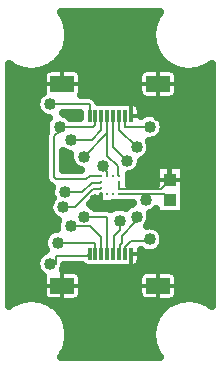
<source format=gbr>
%TF.GenerationSoftware,Novarm,DipTrace,3.3.0.1*%
%TF.CreationDate,2018-11-14T10:23:03-08:00*%
%FSLAX26Y26*%
%MOIN*%
%TF.FileFunction,Copper,L1,Top*%
%TF.Part,Single*%
%AMOUTLINE0*
4,1,4,
0.005906,-0.019685,
-0.005906,-0.019685,
-0.005906,0.019685,
0.005906,0.019685,
0.005906,-0.019685,
0*%
%AMOUTLINE3*
4,1,4,
0.03937,-0.025591,
-0.03937,-0.025591,
-0.03937,0.025591,
0.03937,0.025591,
0.03937,-0.025591,
0*%
%TA.AperFunction,Conductor*%
%ADD14C,0.006*%
%TA.AperFunction,CopperBalancing*%
%ADD15C,0.025*%
%ADD16C,0.013*%
%ADD17R,0.03937X0.043307*%
%ADD18R,0.010827X0.009843*%
%ADD19R,0.009843X0.010827*%
%TA.AperFunction,ViaPad*%
%ADD20C,0.04*%
%ADD34OUTLINE0*%
%ADD37OUTLINE3*%
G75*
G01*
%LPD*%
X758857Y1236515D2*
D14*
Y1177607D1*
X681200Y1099949D1*
Y899951D2*
X756200D1*
Y773228D1*
X758857Y775885D1*
X798720Y1035728D2*
X793700Y1040747D1*
Y1068700D1*
X758857Y1103543D1*
Y1177607D1*
X837598Y1236515D2*
X931200D1*
Y774951D2*
X836663D1*
X837598Y775885D1*
X968700Y1023129D2*
X939271Y993700D1*
X798720D1*
Y1016043D1*
Y996357D1*
X968700Y1023129D2*
X962451Y1029378D1*
Y1074951D1*
X738680Y976672D2*
X718700Y956692D1*
X719487Y1236515D2*
Y1206987D1*
X712451Y1199951D1*
X599951D1*
X593700Y812449D2*
X718700D1*
Y776672D1*
X719487Y775885D1*
X738680Y1035728D2*
X736959Y1037449D1*
X699948D1*
X687449Y1024951D1*
X587449D1*
X581200Y1031200D1*
Y1168700D1*
X599951Y1187451D1*
Y1199951D1*
X739172Y1236515D2*
Y1189172D1*
X706200Y1156200D1*
X637449D1*
X637451Y868700D2*
X699951D1*
X737451Y831200D1*
Y777607D1*
X739172Y775885D1*
X738680Y1016043D2*
X735087Y1012449D1*
X706199D1*
X674949Y981200D1*
X618700D1*
X699802Y1236515D2*
Y1274948D1*
X568721D1*
Y743754D2*
X586755D1*
Y768751D1*
X692669D1*
X699802Y775885D1*
X758857Y1036220D2*
X756200Y1038877D1*
Y1049949D1*
X743700Y1062449D1*
Y1068700D1*
X778543Y1236515D2*
Y1133857D1*
X824949Y1087451D1*
X799949Y887449D2*
Y856199D1*
X781200Y837449D1*
Y778543D1*
X778543Y775885D1*
X798228Y1236515D2*
Y1189172D1*
X856200Y1131200D1*
Y899951D2*
X849949D1*
Y881199D1*
X806200Y837449D1*
Y812451D1*
X799949Y806200D1*
Y777607D1*
X798228Y775885D1*
X817913Y1236515D2*
Y1199951D1*
X899949D1*
Y824949D2*
X893700Y818700D1*
X837397D1*
X817913Y799216D1*
Y775885D1*
X968700Y956200D2*
X948228Y976672D1*
X887985D1*
X798720D1*
X887985D2*
Y956200D1*
X738680Y996357D2*
X736023Y993700D1*
X712451D1*
X649951Y931200D1*
X612449D1*
D20*
X681200Y1099949D3*
Y899951D3*
X931200Y1236515D3*
Y774951D3*
X962451Y1074951D3*
X718700Y956692D3*
X931200Y1236515D3*
X599951Y1199951D3*
X593700Y812449D3*
X637449Y1156200D3*
X637451Y868700D3*
X618700Y981200D3*
X568721Y1274948D3*
Y743754D3*
X743700Y1068700D3*
X568721Y1274948D3*
X824949Y1087451D3*
X799949Y887449D3*
X856200Y1131200D3*
Y899951D3*
X899949Y1199951D3*
Y824949D3*
X887985Y956200D3*
X612449Y931200D3*
X1068700Y681200D3*
Y1306200D3*
Y981200D3*
X468700Y1331200D3*
Y993700D3*
Y706200D3*
X668700Y1543700D3*
X856200D3*
X656200Y456200D3*
X881200D3*
X620603Y1556331D2*
D15*
X916779D1*
X628713Y1531462D2*
X908705D1*
X631333Y1506594D2*
X906086D1*
X628856Y1481725D2*
X908525D1*
X620961Y1456856D2*
X916420D1*
X606321Y1431987D2*
X931061D1*
X580951Y1407119D2*
X956431D1*
X433718Y1382250D2*
X544767D1*
X673712D2*
X863670D1*
X992615D2*
X1103700D1*
X433718Y1357381D2*
X540892D1*
X677623D2*
X859794D1*
X996525D2*
X1103700D1*
X433718Y1332512D2*
X540892D1*
X677623D2*
X859794D1*
X996525D2*
X1103700D1*
X433718Y1307644D2*
X533141D1*
X675829D2*
X861553D1*
X994731D2*
X1103700D1*
X433718Y1282775D2*
X520402D1*
X730731D2*
X1103700D1*
X433718Y1257906D2*
X522949D1*
X872438D2*
X1103700D1*
X433718Y1233037D2*
X546095D1*
X635136D2*
X664907D1*
X935128D2*
X1103700D1*
X433718Y1208169D2*
X551693D1*
X948225D2*
X1103700D1*
X433718Y1183300D2*
X553057D1*
X945857D2*
X1103700D1*
X433718Y1158431D2*
X549217D1*
X923393D2*
X1103700D1*
X433718Y1133562D2*
X549217D1*
X905129D2*
X1103700D1*
X433718Y1108693D2*
X549217D1*
X613210D2*
X633043D1*
X899388D2*
X1103700D1*
X433718Y1083825D2*
X549217D1*
X613210D2*
X635088D1*
X873801D2*
X1103700D1*
X433718Y1058956D2*
X549217D1*
X613210D2*
X656762D1*
X864184D2*
X920008D1*
X1017375D2*
X1103700D1*
X433718Y1034087D2*
X549217D1*
X833145D2*
X920008D1*
X1017375D2*
X1103700D1*
X433718Y1009218D2*
X558977D1*
X833145D2*
X920008D1*
X1017375D2*
X1103700D1*
X433718Y984350D2*
X569814D1*
X1017375D2*
X1103700D1*
X433718Y959481D2*
X573044D1*
X1017375D2*
X1103700D1*
X433718Y934612D2*
X563570D1*
X714691D2*
X822691D1*
X1017375D2*
X1103700D1*
X433718Y909743D2*
X568703D1*
X904159D2*
X920008D1*
X1017375D2*
X1103700D1*
X433718Y884875D2*
X591346D1*
X902688D2*
X1103700D1*
X433718Y860006D2*
X589264D1*
X933011D2*
X1103700D1*
X433718Y835137D2*
X550616D1*
X947831D2*
X1103700D1*
X433718Y810268D2*
X544767D1*
X946575D2*
X1103700D1*
X433718Y785399D2*
X545522D1*
X926910D2*
X1103700D1*
X433718Y760531D2*
X522842D1*
X872510D2*
X1103700D1*
X433718Y735662D2*
X520438D1*
X617624D2*
X674669D1*
X862750D2*
X1103700D1*
X433718Y710793D2*
X533428D1*
X672527D2*
X864855D1*
X991430D2*
X1103700D1*
X433718Y685924D2*
X540892D1*
X677623D2*
X859794D1*
X996525D2*
X1103700D1*
X433718Y661056D2*
X540892D1*
X677623D2*
X859794D1*
X996525D2*
X1103700D1*
X433718Y636187D2*
X542040D1*
X676439D2*
X860943D1*
X995342D2*
X1103700D1*
X571872Y611318D2*
X965545D1*
X601440Y586449D2*
X935977D1*
X618127Y561581D2*
X919291D1*
X627493Y536712D2*
X909924D1*
X631188Y511843D2*
X906193D1*
X629825Y486974D2*
X907592D1*
X623115Y462106D2*
X914267D1*
X610088Y437237D2*
X927293D1*
X1014885Y974964D2*
Y908046D1*
X922515D1*
Y925091D1*
X918184Y920842D1*
X912281Y916552D1*
X905780Y913239D1*
X901214Y911654D1*
X902557Y903599D1*
Y896302D1*
X901415Y889095D1*
X899161Y882155D1*
X895848Y875654D1*
X892415Y870838D1*
X899949Y871449D1*
X907224Y870877D1*
X914318Y869174D1*
X921060Y866381D1*
X927281Y862569D1*
X932830Y857830D1*
X937569Y852281D1*
X941381Y846060D1*
X944174Y839318D1*
X945877Y832224D1*
X946449Y824949D1*
X945877Y817675D1*
X944174Y810581D1*
X941381Y803839D1*
X937569Y797617D1*
X932830Y792069D1*
X927281Y787330D1*
X921060Y783518D1*
X914318Y780725D1*
X907224Y779022D1*
X899949Y778449D1*
X892675Y779022D1*
X885581Y780725D1*
X878839Y783518D1*
X872617Y787330D1*
X870254Y789193D1*
X870003Y786384D1*
X869940Y754364D1*
X868991Y748945D1*
X866943Y743838D1*
X863885Y739264D1*
X859949Y735420D1*
X855304Y732472D1*
X850150Y730546D1*
X844701Y729728D1*
X825897Y729781D1*
X806212D1*
X786527D1*
X766842D1*
X747157D1*
X727472D1*
X707787D1*
X691818D1*
X687710Y730432D1*
X683755Y731717D1*
X680050Y733606D1*
X676687Y736049D1*
X673741Y738997D1*
X646737Y739251D1*
X615892Y739138D1*
X614812Y734638D1*
X611682Y725959D1*
X609616Y721686D1*
X651086Y721561D1*
X656481Y720483D1*
X661537Y718315D1*
X666037Y715149D1*
X669787Y711123D1*
X672624Y706409D1*
X674426Y701210D1*
X675115Y695751D1*
X675007Y641531D1*
X673928Y636136D1*
X671760Y631079D1*
X668595Y626579D1*
X664567Y622830D1*
X659854Y619994D1*
X654655Y618191D1*
X649197Y617502D1*
X567417Y617609D1*
X562022Y618688D1*
X556965Y620856D1*
X552465Y624022D1*
X548716Y628049D1*
X545880Y632763D1*
X544077Y637961D1*
X543388Y643419D1*
X543444Y697012D1*
X544396Y702439D1*
X544424Y704106D1*
X538522Y708396D1*
X533363Y713554D1*
X529073Y719457D1*
X525760Y725959D1*
X523506Y732898D1*
X522364Y740106D1*
Y747402D1*
X523506Y754609D1*
X525760Y761549D1*
X529073Y768050D1*
X533363Y773953D1*
X538522Y779112D1*
X544424Y783402D1*
X550926Y786714D1*
X554204Y787923D1*
X550739Y794654D1*
X548485Y801594D1*
X547343Y808801D1*
Y816098D1*
X548485Y823305D1*
X550739Y830245D1*
X554052Y836746D1*
X558342Y842649D1*
X563501Y847808D1*
X569403Y852098D1*
X575905Y855410D1*
X582844Y857665D1*
X590052Y858806D1*
X592004Y858882D1*
X591094Y865052D1*
Y872348D1*
X592235Y879556D1*
X594490Y886495D1*
X595190Y888010D1*
X588153Y891552D1*
X582250Y895842D1*
X577091Y901001D1*
X572801Y906903D1*
X569489Y913405D1*
X567234Y920344D1*
X566092Y927552D1*
Y934848D1*
X567234Y942056D1*
X569489Y948995D1*
X572801Y955497D1*
X576800Y961029D1*
X574476Y966831D1*
X572772Y973926D1*
X572200Y981200D1*
X572772Y988474D1*
X574476Y995569D1*
X575380Y998018D1*
X570109Y1001085D1*
X565339Y1005340D1*
X558768Y1012041D1*
X556046Y1015787D1*
X553945Y1019911D1*
X552515Y1024313D1*
X551791Y1028885D1*
X551700Y1113877D1*
X551791Y1171015D1*
X552515Y1175587D1*
X553945Y1179989D1*
X556052Y1184121D1*
X554023Y1192676D1*
X553451Y1199951D1*
X554023Y1207225D1*
X555726Y1214319D1*
X558519Y1221061D1*
X562331Y1227283D1*
X563489Y1228750D1*
X557865Y1229733D1*
X550926Y1231987D1*
X544424Y1235300D1*
X538522Y1239590D1*
X533363Y1244749D1*
X529073Y1250651D1*
X525760Y1257153D1*
X523506Y1264092D1*
X522364Y1271300D1*
Y1278596D1*
X523506Y1285804D1*
X525760Y1292743D1*
X529073Y1299245D1*
X533363Y1305148D1*
X538522Y1310306D1*
X543583Y1314033D1*
X543381Y1320898D1*
X543495Y1370869D1*
X544574Y1376264D1*
X546742Y1381321D1*
X549907Y1385821D1*
X553935Y1389570D1*
X558649Y1392406D1*
X563847Y1394209D1*
X569305Y1394898D1*
X651086Y1394791D1*
X656481Y1393712D1*
X661537Y1391544D1*
X666037Y1388378D1*
X669787Y1384351D1*
X672623Y1379637D1*
X674426Y1374439D1*
X675115Y1368981D1*
X675058Y1315388D1*
X674109Y1309969D1*
X672058Y1304855D1*
X678957Y1304448D1*
X702117Y1304357D1*
X706690Y1303633D1*
X711091Y1302203D1*
X715216Y1300102D1*
X718961Y1297380D1*
X722234Y1294107D1*
X724956Y1290361D1*
X727057Y1286237D1*
X727861Y1284056D1*
X731188Y1282619D1*
X750873D1*
X770558D1*
X790243D1*
X809928D1*
X829283Y1282590D1*
X844134Y1282692D1*
X849591Y1281991D1*
X854785Y1280179D1*
X859494Y1277331D1*
X863512Y1273574D1*
X866670Y1269067D1*
X868827Y1264007D1*
X869893Y1258609D1*
X870003Y1237827D1*
Y1235524D1*
X875653Y1239599D1*
X882154Y1242911D1*
X889094Y1245166D1*
X896301Y1246308D1*
X903598D1*
X910805Y1245166D1*
X917745Y1242911D1*
X924246Y1239599D1*
X930149Y1235309D1*
X935308Y1230150D1*
X939598Y1224247D1*
X942910Y1217746D1*
X945165Y1210806D1*
X946306Y1203599D1*
Y1196302D1*
X945165Y1189095D1*
X942910Y1182155D1*
X939598Y1175654D1*
X935308Y1169751D1*
X930149Y1164592D1*
X924246Y1160302D1*
X917745Y1156990D1*
X910805Y1154735D1*
X903598Y1153594D1*
X896970Y1153567D1*
X899161Y1148995D1*
X901415Y1142056D1*
X902557Y1134848D1*
Y1127552D1*
X901415Y1120344D1*
X899161Y1113405D1*
X895848Y1106903D1*
X891558Y1101001D1*
X886399Y1095842D1*
X880497Y1091552D1*
X873995Y1088239D1*
X871439Y1087297D1*
X870877Y1080176D1*
X869174Y1073082D1*
X866381Y1066340D1*
X862569Y1060119D1*
X857830Y1054570D1*
X852281Y1049831D1*
X846060Y1046019D1*
X839318Y1043226D1*
X832224Y1041523D1*
X830623Y1041334D1*
X830633Y1006146D1*
X922515Y1006209D1*
Y1071283D1*
X1014885D1*
X1014878Y974976D1*
X727439Y945251D2*
X706767D1*
Y946292D1*
X702310Y941382D1*
X708532Y937570D1*
X714081Y932831D1*
X717115Y929444D1*
X758515Y929360D1*
X763087Y928636D1*
X767489Y927205D1*
X771621Y925099D1*
X772617Y925069D1*
X778839Y928881D1*
X785581Y931674D1*
X792675Y933377D1*
X799949Y933949D1*
X807224Y933377D1*
X814318Y931674D1*
X820141Y929305D1*
X823319Y932831D1*
X828868Y937570D1*
X835090Y941382D1*
X841831Y944175D1*
X842970Y944497D1*
X842405Y947178D1*
X830606Y947172D1*
X830633Y945251D1*
X809928D1*
X809964Y944287D1*
X727436Y944267D1*
Y945235D1*
X667397Y1229426D2*
Y1245430D1*
X609553Y1245448D1*
X614319Y1244175D1*
X621061Y1241382D1*
X627283Y1237570D1*
X632831Y1232831D1*
X635865Y1229444D1*
X667377Y1229451D1*
X667397Y1236523D1*
X967483Y1290724D2*
X886314Y1290838D1*
X880919Y1291917D1*
X875863Y1294085D1*
X871363Y1297250D1*
X867613Y1301277D1*
X864777Y1305991D1*
X862974Y1311190D1*
X862285Y1316649D1*
X862393Y1370869D1*
X863472Y1376264D1*
X865640Y1381321D1*
X868805Y1385821D1*
X872833Y1389570D1*
X877546Y1392406D1*
X882745Y1394209D1*
X888204Y1394898D1*
X969983Y1394791D1*
X975378Y1393712D1*
X980435Y1391544D1*
X984935Y1388378D1*
X988684Y1384351D1*
X991520Y1379637D1*
X993323Y1374439D1*
X994012Y1368980D1*
X993956Y1315388D1*
X993007Y1309969D1*
X990959Y1304861D1*
X987901Y1300288D1*
X983965Y1296444D1*
X979319Y1293495D1*
X974166Y1291570D1*
X968717Y1290751D1*
X967483Y617495D2*
X886314Y617609D1*
X880919Y618688D1*
X875863Y620856D1*
X871363Y624022D1*
X867613Y628049D1*
X864777Y632763D1*
X862974Y637961D1*
X862285Y643420D1*
X862393Y697641D1*
X863472Y703036D1*
X865640Y708092D1*
X868805Y712592D1*
X872833Y716342D1*
X877546Y719178D1*
X882745Y720981D1*
X888204Y721670D1*
X969983Y721562D1*
X975378Y720483D1*
X980435Y718315D1*
X984935Y715150D1*
X988684Y711123D1*
X991520Y706409D1*
X993323Y701210D1*
X994012Y695751D1*
X993956Y642159D1*
X993007Y636741D1*
X990959Y631633D1*
X987901Y627060D1*
X983965Y623216D1*
X979319Y620267D1*
X974166Y618342D1*
X968717Y617523D1*
X970543Y612779D1*
X978690Y617020D1*
X987130Y620640D1*
X995819Y623616D1*
X1004705Y625935D1*
X1013741Y627582D1*
X1022875Y628548D1*
X1032054Y628829D1*
X1041229Y628420D1*
X1050348Y627327D1*
X1059360Y625554D1*
X1068213Y623112D1*
X1076859Y620014D1*
X1085249Y616277D1*
X1093335Y611924D1*
X1101074Y606977D1*
X1106210Y603124D1*
X1106200Y1409212D1*
X1100134Y1404779D1*
X1092351Y1399903D1*
X1084225Y1395625D1*
X1075800Y1391966D1*
X1067127Y1388949D1*
X1058250Y1386590D1*
X1049222Y1384901D1*
X1040094Y1383892D1*
X1030915Y1383569D1*
X1021738Y1383935D1*
X1012615Y1384985D1*
X1003595Y1386716D1*
X994730Y1389117D1*
X986070Y1392175D1*
X977663Y1395872D1*
X969556Y1400188D1*
X961794Y1405099D1*
X954423Y1410577D1*
X947482Y1416591D1*
X941011Y1423108D1*
X935045Y1430091D1*
X929619Y1437501D1*
X924762Y1445296D1*
X920502Y1453432D1*
X916864Y1461865D1*
X913867Y1470546D1*
X911527Y1479428D1*
X909859Y1488459D1*
X908872Y1497590D1*
X908570Y1506770D1*
X908957Y1515945D1*
X910029Y1525067D1*
X911780Y1534082D1*
X914203Y1542941D1*
X917280Y1551595D1*
X920997Y1559993D1*
X925333Y1568090D1*
X930260Y1575839D1*
X934275Y1581216D1*
X603224Y1581200D1*
X608099Y1574427D1*
X612920Y1566609D1*
X617142Y1558453D1*
X620741Y1550003D1*
X623699Y1541309D1*
X625997Y1532417D1*
X627623Y1523377D1*
X628567Y1514242D1*
X628831Y1506200D1*
X628487Y1497023D1*
X627457Y1487896D1*
X625747Y1478872D1*
X623367Y1470002D1*
X620330Y1461335D1*
X616651Y1452919D1*
X612355Y1444802D1*
X607461Y1437029D1*
X602001Y1429645D1*
X596003Y1422691D1*
X589501Y1416204D1*
X582532Y1410222D1*
X575134Y1404779D1*
X567351Y1399903D1*
X559225Y1395625D1*
X550800Y1391966D1*
X542127Y1388949D1*
X533250Y1386590D1*
X524222Y1384901D1*
X515094Y1383892D1*
X505915Y1383569D1*
X496738Y1383935D1*
X487615Y1384985D1*
X478595Y1386716D1*
X469730Y1389117D1*
X461070Y1392175D1*
X452663Y1395872D1*
X444556Y1400188D1*
X436794Y1405099D1*
X431180Y1409272D1*
X431200Y603188D1*
X437737Y607941D1*
X445543Y612779D1*
X453690Y617020D1*
X462130Y620640D1*
X470819Y623616D1*
X479705Y625935D1*
X488741Y627582D1*
X497875Y628548D1*
X507054Y628829D1*
X516229Y628420D1*
X525348Y627327D1*
X534360Y625554D1*
X543213Y623112D1*
X551859Y620014D1*
X560249Y616277D1*
X568335Y611924D1*
X576074Y606977D1*
X583420Y601465D1*
X590333Y595419D1*
X596775Y588872D1*
X602708Y581861D1*
X608099Y574427D1*
X612920Y566609D1*
X617142Y558453D1*
X620741Y550003D1*
X623699Y541309D1*
X625997Y532417D1*
X627623Y523377D1*
X628567Y514242D1*
X628831Y506200D1*
X628487Y497023D1*
X627457Y487896D1*
X625747Y478872D1*
X623367Y470002D1*
X620330Y461335D1*
X616651Y452919D1*
X612355Y444802D1*
X607461Y437029D1*
X603132Y431174D1*
X934176Y431200D1*
X929619Y437501D1*
X924762Y445296D1*
X920502Y453432D1*
X916864Y461865D1*
X913867Y470546D1*
X911527Y479428D1*
X909859Y488459D1*
X908872Y497590D1*
X908570Y506770D1*
X908957Y515945D1*
X910029Y525067D1*
X911780Y534082D1*
X914203Y542941D1*
X917280Y551595D1*
X920997Y559993D1*
X925333Y568090D1*
X930260Y575839D1*
X935755Y583199D1*
X941785Y590125D1*
X948318Y596582D1*
X955314Y602532D1*
X962737Y607941D1*
X970543Y612779D1*
X671758Y1054453D2*
X666831Y1055725D1*
X660090Y1058518D1*
X653868Y1062330D1*
X648319Y1067069D1*
X643581Y1072617D1*
X639768Y1078839D1*
X636976Y1085581D1*
X635272Y1092675D1*
X634700Y1099949D1*
X635272Y1107224D1*
X635771Y1109728D1*
X630175Y1110272D1*
X623081Y1111976D1*
X616339Y1114768D1*
X610699Y1118192D1*
X610700Y1054481D1*
X671598Y1054451D1*
X563472Y1228781D2*
X557865Y1229733D1*
X550926Y1231987D1*
X544424Y1235300D1*
X538522Y1239590D1*
X533363Y1244749D1*
X529073Y1250651D1*
X525760Y1257153D1*
X523506Y1264092D1*
X522364Y1271300D1*
Y1278596D1*
X523506Y1285804D1*
X525760Y1292743D1*
X529073Y1299245D1*
X533363Y1305148D1*
X538522Y1310306D1*
X543583Y1314033D1*
X968700Y1071247D2*
D16*
Y1023129D1*
X922550D2*
X1014850D1*
X738680Y976672D2*
Y945287D1*
X837598Y1282682D2*
Y1236515D1*
X869985D1*
X928149Y1394886D2*
Y1290742D1*
X862297Y1342814D2*
X994001D1*
X609251Y1394886D2*
Y1342814D1*
X543399D2*
X675103D1*
X837598Y775885D2*
Y729718D1*
Y775885D2*
X869985D1*
X609251Y721658D2*
Y617514D1*
X543399Y669586D2*
X675103D1*
X928149Y721658D2*
Y617514D1*
X862297Y669586D2*
X994001D1*
D17*
X968700Y956200D3*
Y1023129D3*
D18*
X738680Y1035728D3*
Y1016043D3*
Y996357D3*
Y976672D3*
D19*
X758857Y976180D3*
X778543Y976200D3*
D18*
X798720Y976672D3*
Y996357D3*
Y1016043D3*
Y1035728D3*
D19*
X778543Y1036220D3*
X758857D3*
D34*
X837598Y1236515D3*
X817913D3*
X798228D3*
X778543D3*
X758857D3*
X739172D3*
X719487D3*
X699802D3*
D37*
X928149Y1342814D3*
X609251D3*
D34*
X699802Y775885D3*
X719487D3*
X739172D3*
X758857D3*
X778543D3*
X798228D3*
X817913D3*
X837598D3*
D37*
X609251Y669586D3*
X928149D3*
M02*

</source>
